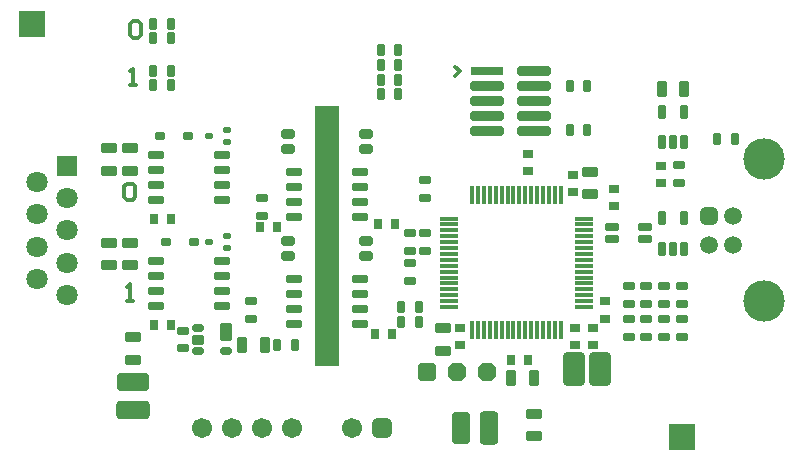
<source format=gts>
G04*
G04 #@! TF.GenerationSoftware,Altium Limited,Altium Designer,22.6.1 (34)*
G04*
G04 Layer_Color=8388736*
%FSLAX25Y25*%
%MOIN*%
G70*
G04*
G04 #@! TF.SameCoordinates,92C09A27-C496-4622-AF52-00FCEC43516E*
G04*
G04*
G04 #@! TF.FilePolarity,Negative*
G04*
G01*
G75*
%ADD34C,0.01181*%
%ADD35R,0.07874X0.86614*%
G04:AMPARAMS|DCode=36|XSize=37.47mil|YSize=27.62mil|CornerRadius=4.36mil|HoleSize=0mil|Usage=FLASHONLY|Rotation=180.000|XOffset=0mil|YOffset=0mil|HoleType=Round|Shape=RoundedRectangle|*
%AMROUNDEDRECTD36*
21,1,0.03747,0.01890,0,0,180.0*
21,1,0.02874,0.02762,0,0,180.0*
1,1,0.00872,-0.01437,0.00945*
1,1,0.00872,0.01437,0.00945*
1,1,0.00872,0.01437,-0.00945*
1,1,0.00872,-0.01437,-0.00945*
%
%ADD36ROUNDEDRECTD36*%
G04:AMPARAMS|DCode=37|XSize=47.31mil|YSize=27.62mil|CornerRadius=5.54mil|HoleSize=0mil|Usage=FLASHONLY|Rotation=180.000|XOffset=0mil|YOffset=0mil|HoleType=Round|Shape=RoundedRectangle|*
%AMROUNDEDRECTD37*
21,1,0.04731,0.01654,0,0,180.0*
21,1,0.03622,0.02762,0,0,180.0*
1,1,0.01109,-0.01811,0.00827*
1,1,0.01109,0.01811,0.00827*
1,1,0.01109,0.01811,-0.00827*
1,1,0.01109,-0.01811,-0.00827*
%
%ADD37ROUNDEDRECTD37*%
G04:AMPARAMS|DCode=38|XSize=35.5mil|YSize=29.59mil|CornerRadius=8.4mil|HoleSize=0mil|Usage=FLASHONLY|Rotation=90.000|XOffset=0mil|YOffset=0mil|HoleType=Round|Shape=RoundedRectangle|*
%AMROUNDEDRECTD38*
21,1,0.03550,0.01280,0,0,90.0*
21,1,0.01870,0.02959,0,0,90.0*
1,1,0.01680,0.00640,0.00935*
1,1,0.01680,0.00640,-0.00935*
1,1,0.01680,-0.00640,-0.00935*
1,1,0.01680,-0.00640,0.00935*
%
%ADD38ROUNDEDRECTD38*%
G04:AMPARAMS|DCode=39|XSize=110.3mil|YSize=70.93mil|CornerRadius=8.69mil|HoleSize=0mil|Usage=FLASHONLY|Rotation=270.000|XOffset=0mil|YOffset=0mil|HoleType=Round|Shape=RoundedRectangle|*
%AMROUNDEDRECTD39*
21,1,0.11030,0.05354,0,0,270.0*
21,1,0.09291,0.07093,0,0,270.0*
1,1,0.01739,-0.02677,-0.04646*
1,1,0.01739,-0.02677,0.04646*
1,1,0.01739,0.02677,0.04646*
1,1,0.01739,0.02677,-0.04646*
%
%ADD39ROUNDEDRECTD39*%
G04:AMPARAMS|DCode=40|XSize=35.5mil|YSize=29.59mil|CornerRadius=8.4mil|HoleSize=0mil|Usage=FLASHONLY|Rotation=180.000|XOffset=0mil|YOffset=0mil|HoleType=Round|Shape=RoundedRectangle|*
%AMROUNDEDRECTD40*
21,1,0.03550,0.01280,0,0,180.0*
21,1,0.01870,0.02959,0,0,180.0*
1,1,0.01680,-0.00935,0.00640*
1,1,0.01680,0.00935,0.00640*
1,1,0.01680,0.00935,-0.00640*
1,1,0.01680,-0.00935,-0.00640*
%
%ADD40ROUNDEDRECTD40*%
G04:AMPARAMS|DCode=41|XSize=27.62mil|YSize=51.24mil|CornerRadius=5.54mil|HoleSize=0mil|Usage=FLASHONLY|Rotation=270.000|XOffset=0mil|YOffset=0mil|HoleType=Round|Shape=RoundedRectangle|*
%AMROUNDEDRECTD41*
21,1,0.02762,0.04016,0,0,270.0*
21,1,0.01654,0.05124,0,0,270.0*
1,1,0.01109,-0.02008,-0.00827*
1,1,0.01109,-0.02008,0.00827*
1,1,0.01109,0.02008,0.00827*
1,1,0.01109,0.02008,-0.00827*
%
%ADD41ROUNDEDRECTD41*%
G04:AMPARAMS|DCode=42|XSize=15.81mil|YSize=63.06mil|CornerRadius=4.95mil|HoleSize=0mil|Usage=FLASHONLY|Rotation=90.000|XOffset=0mil|YOffset=0mil|HoleType=Round|Shape=RoundedRectangle|*
%AMROUNDEDRECTD42*
21,1,0.01581,0.05315,0,0,90.0*
21,1,0.00591,0.06306,0,0,90.0*
1,1,0.00991,0.02657,0.00295*
1,1,0.00991,0.02657,-0.00295*
1,1,0.00991,-0.02657,-0.00295*
1,1,0.00991,-0.02657,0.00295*
%
%ADD42ROUNDEDRECTD42*%
G04:AMPARAMS|DCode=43|XSize=53.21mil|YSize=31.56mil|CornerRadius=4.76mil|HoleSize=0mil|Usage=FLASHONLY|Rotation=180.000|XOffset=0mil|YOffset=0mil|HoleType=Round|Shape=RoundedRectangle|*
%AMROUNDEDRECTD43*
21,1,0.05321,0.02205,0,0,180.0*
21,1,0.04370,0.03156,0,0,180.0*
1,1,0.00951,-0.02185,0.01102*
1,1,0.00951,0.02185,0.01102*
1,1,0.00951,0.02185,-0.01102*
1,1,0.00951,-0.02185,-0.01102*
%
%ADD43ROUNDEDRECTD43*%
G04:AMPARAMS|DCode=44|XSize=15.81mil|YSize=63.06mil|CornerRadius=4.95mil|HoleSize=0mil|Usage=FLASHONLY|Rotation=0.000|XOffset=0mil|YOffset=0mil|HoleType=Round|Shape=RoundedRectangle|*
%AMROUNDEDRECTD44*
21,1,0.01581,0.05315,0,0,0.0*
21,1,0.00591,0.06306,0,0,0.0*
1,1,0.00991,0.00295,-0.02657*
1,1,0.00991,-0.00295,-0.02657*
1,1,0.00991,-0.00295,0.02657*
1,1,0.00991,0.00295,0.02657*
%
%ADD44ROUNDEDRECTD44*%
G04:AMPARAMS|DCode=45|XSize=31.56mil|YSize=110.3mil|CornerRadius=6.13mil|HoleSize=0mil|Usage=FLASHONLY|Rotation=270.000|XOffset=0mil|YOffset=0mil|HoleType=Round|Shape=RoundedRectangle|*
%AMROUNDEDRECTD45*
21,1,0.03156,0.09803,0,0,270.0*
21,1,0.01929,0.11030,0,0,270.0*
1,1,0.01227,-0.04902,-0.00965*
1,1,0.01227,-0.04902,0.00965*
1,1,0.01227,0.04902,0.00965*
1,1,0.01227,0.04902,-0.00965*
%
%ADD45ROUNDEDRECTD45*%
G04:AMPARAMS|DCode=46|XSize=27.62mil|YSize=35.5mil|CornerRadius=5.54mil|HoleSize=0mil|Usage=FLASHONLY|Rotation=90.000|XOffset=0mil|YOffset=0mil|HoleType=Round|Shape=RoundedRectangle|*
%AMROUNDEDRECTD46*
21,1,0.02762,0.02441,0,0,90.0*
21,1,0.01654,0.03550,0,0,90.0*
1,1,0.01109,0.01221,0.00827*
1,1,0.01109,0.01221,-0.00827*
1,1,0.01109,-0.01221,-0.00827*
1,1,0.01109,-0.01221,0.00827*
%
%ADD46ROUNDEDRECTD46*%
G04:AMPARAMS|DCode=47|XSize=37.47mil|YSize=27.62mil|CornerRadius=4.36mil|HoleSize=0mil|Usage=FLASHONLY|Rotation=90.000|XOffset=0mil|YOffset=0mil|HoleType=Round|Shape=RoundedRectangle|*
%AMROUNDEDRECTD47*
21,1,0.03747,0.01890,0,0,90.0*
21,1,0.02874,0.02762,0,0,90.0*
1,1,0.00872,0.00945,0.01437*
1,1,0.00872,0.00945,-0.01437*
1,1,0.00872,-0.00945,-0.01437*
1,1,0.00872,-0.00945,0.01437*
%
%ADD47ROUNDEDRECTD47*%
G04:AMPARAMS|DCode=48|XSize=31.56mil|YSize=47.31mil|CornerRadius=6.13mil|HoleSize=0mil|Usage=FLASHONLY|Rotation=270.000|XOffset=0mil|YOffset=0mil|HoleType=Round|Shape=RoundedRectangle|*
%AMROUNDEDRECTD48*
21,1,0.03156,0.03504,0,0,270.0*
21,1,0.01929,0.04731,0,0,270.0*
1,1,0.01227,-0.01752,-0.00965*
1,1,0.01227,-0.01752,0.00965*
1,1,0.01227,0.01752,0.00965*
1,1,0.01227,0.01752,-0.00965*
%
%ADD48ROUNDEDRECTD48*%
G04:AMPARAMS|DCode=49|XSize=59.12mil|YSize=39.43mil|CornerRadius=7.32mil|HoleSize=0mil|Usage=FLASHONLY|Rotation=90.000|XOffset=0mil|YOffset=0mil|HoleType=Round|Shape=RoundedRectangle|*
%AMROUNDEDRECTD49*
21,1,0.05912,0.02480,0,0,90.0*
21,1,0.04449,0.03943,0,0,90.0*
1,1,0.01463,0.01240,0.02224*
1,1,0.01463,0.01240,-0.02224*
1,1,0.01463,-0.01240,-0.02224*
1,1,0.01463,-0.01240,0.02224*
%
%ADD49ROUNDEDRECTD49*%
G04:AMPARAMS|DCode=50|XSize=23.68mil|YSize=39.43mil|CornerRadius=4.95mil|HoleSize=0mil|Usage=FLASHONLY|Rotation=90.000|XOffset=0mil|YOffset=0mil|HoleType=Round|Shape=RoundedRectangle|*
%AMROUNDEDRECTD50*
21,1,0.02368,0.02953,0,0,90.0*
21,1,0.01378,0.03943,0,0,90.0*
1,1,0.00991,0.01476,0.00689*
1,1,0.00991,0.01476,-0.00689*
1,1,0.00991,-0.01476,-0.00689*
1,1,0.00991,-0.01476,0.00689*
%
%ADD50ROUNDEDRECTD50*%
G04:AMPARAMS|DCode=51|XSize=35.5mil|YSize=39.43mil|CornerRadius=6.72mil|HoleSize=0mil|Usage=FLASHONLY|Rotation=90.000|XOffset=0mil|YOffset=0mil|HoleType=Round|Shape=RoundedRectangle|*
%AMROUNDEDRECTD51*
21,1,0.03550,0.02598,0,0,90.0*
21,1,0.02205,0.03943,0,0,90.0*
1,1,0.01345,0.01299,0.01102*
1,1,0.01345,0.01299,-0.01102*
1,1,0.01345,-0.01299,-0.01102*
1,1,0.01345,-0.01299,0.01102*
%
%ADD51ROUNDEDRECTD51*%
G04:AMPARAMS|DCode=52|XSize=53.21mil|YSize=31.56mil|CornerRadius=4.76mil|HoleSize=0mil|Usage=FLASHONLY|Rotation=270.000|XOffset=0mil|YOffset=0mil|HoleType=Round|Shape=RoundedRectangle|*
%AMROUNDEDRECTD52*
21,1,0.05321,0.02205,0,0,270.0*
21,1,0.04370,0.03156,0,0,270.0*
1,1,0.00951,-0.01102,-0.02185*
1,1,0.00951,-0.01102,0.02185*
1,1,0.00951,0.01102,0.02185*
1,1,0.00951,0.01102,-0.02185*
%
%ADD52ROUNDEDRECTD52*%
G04:AMPARAMS|DCode=53|XSize=17.78mil|YSize=27.62mil|CornerRadius=4.07mil|HoleSize=0mil|Usage=FLASHONLY|Rotation=270.000|XOffset=0mil|YOffset=0mil|HoleType=Round|Shape=RoundedRectangle|*
%AMROUNDEDRECTD53*
21,1,0.01778,0.01949,0,0,270.0*
21,1,0.00965,0.02762,0,0,270.0*
1,1,0.00813,-0.00974,-0.00482*
1,1,0.00813,-0.00974,0.00482*
1,1,0.00813,0.00974,0.00482*
1,1,0.00813,0.00974,-0.00482*
%
%ADD53ROUNDEDRECTD53*%
%ADD54R,0.08661X0.08661*%
%ADD55C,0.04337*%
G04:AMPARAMS|DCode=56|XSize=27.62mil|YSize=47.31mil|CornerRadius=4.36mil|HoleSize=0mil|Usage=FLASHONLY|Rotation=180.000|XOffset=0mil|YOffset=0mil|HoleType=Round|Shape=RoundedRectangle|*
%AMROUNDEDRECTD56*
21,1,0.02762,0.03858,0,0,180.0*
21,1,0.01890,0.04731,0,0,180.0*
1,1,0.00872,-0.00945,0.01929*
1,1,0.00872,0.00945,0.01929*
1,1,0.00872,0.00945,-0.01929*
1,1,0.00872,-0.00945,-0.01929*
%
%ADD56ROUNDEDRECTD56*%
G04:AMPARAMS|DCode=57|XSize=63.12mil|YSize=110.36mil|CornerRadius=12.27mil|HoleSize=0mil|Usage=FLASHONLY|Rotation=180.000|XOffset=0mil|YOffset=0mil|HoleType=Round|Shape=RoundedRectangle|*
%AMROUNDEDRECTD57*
21,1,0.06312,0.08583,0,0,180.0*
21,1,0.03858,0.11036,0,0,180.0*
1,1,0.02454,-0.01929,0.04291*
1,1,0.02454,0.01929,0.04291*
1,1,0.02454,0.01929,-0.04291*
1,1,0.02454,-0.01929,-0.04291*
%
%ADD57ROUNDEDRECTD57*%
G04:AMPARAMS|DCode=58|XSize=59.12mil|YSize=106.36mil|CornerRadius=10.27mil|HoleSize=0mil|Usage=FLASHONLY|Rotation=180.000|XOffset=0mil|YOffset=0mil|HoleType=Round|Shape=RoundedRectangle|*
%AMROUNDEDRECTD58*
21,1,0.05912,0.08583,0,0,180.0*
21,1,0.03858,0.10636,0,0,180.0*
1,1,0.02054,-0.01929,0.04291*
1,1,0.02054,0.01929,0.04291*
1,1,0.02054,0.01929,-0.04291*
1,1,0.02054,-0.01929,-0.04291*
%
%ADD58ROUNDEDRECTD58*%
G04:AMPARAMS|DCode=59|XSize=63.12mil|YSize=110.36mil|CornerRadius=12.27mil|HoleSize=0mil|Usage=FLASHONLY|Rotation=90.000|XOffset=0mil|YOffset=0mil|HoleType=Round|Shape=RoundedRectangle|*
%AMROUNDEDRECTD59*
21,1,0.06312,0.08583,0,0,90.0*
21,1,0.03858,0.11036,0,0,90.0*
1,1,0.02454,0.04291,0.01929*
1,1,0.02454,0.04291,-0.01929*
1,1,0.02454,-0.04291,-0.01929*
1,1,0.02454,-0.04291,0.01929*
%
%ADD59ROUNDEDRECTD59*%
G04:AMPARAMS|DCode=60|XSize=59.12mil|YSize=106.36mil|CornerRadius=10.27mil|HoleSize=0mil|Usage=FLASHONLY|Rotation=90.000|XOffset=0mil|YOffset=0mil|HoleType=Round|Shape=RoundedRectangle|*
%AMROUNDEDRECTD60*
21,1,0.05912,0.08583,0,0,90.0*
21,1,0.03858,0.10636,0,0,90.0*
1,1,0.02054,0.04291,0.01929*
1,1,0.02054,0.04291,-0.01929*
1,1,0.02054,-0.04291,-0.01929*
1,1,0.02054,-0.04291,0.01929*
%
%ADD60ROUNDEDRECTD60*%
%ADD61R,0.11030X0.03156*%
%ADD62R,0.07093X0.07093*%
%ADD63C,0.07093*%
%ADD64C,0.00400*%
%ADD65C,0.06699*%
G04:AMPARAMS|DCode=66|XSize=66.99mil|YSize=66.99mil|CornerRadius=17.75mil|HoleSize=0mil|Usage=FLASHONLY|Rotation=0.000|XOffset=0mil|YOffset=0mil|HoleType=Round|Shape=RoundedRectangle|*
%AMROUNDEDRECTD66*
21,1,0.06699,0.03150,0,0,0.0*
21,1,0.03150,0.06699,0,0,0.0*
1,1,0.03550,0.01575,-0.01575*
1,1,0.03550,-0.01575,-0.01575*
1,1,0.03550,-0.01575,0.01575*
1,1,0.03550,0.01575,0.01575*
%
%ADD66ROUNDEDRECTD66*%
G04:AMPARAMS|DCode=67|XSize=63.06mil|YSize=63.06mil|CornerRadius=16.76mil|HoleSize=0mil|Usage=FLASHONLY|Rotation=0.000|XOffset=0mil|YOffset=0mil|HoleType=Round|Shape=RoundedRectangle|*
%AMROUNDEDRECTD67*
21,1,0.06306,0.02953,0,0,0.0*
21,1,0.02953,0.06306,0,0,0.0*
1,1,0.03353,0.01476,-0.01476*
1,1,0.03353,-0.01476,-0.01476*
1,1,0.03353,-0.01476,0.01476*
1,1,0.03353,0.01476,0.01476*
%
%ADD67ROUNDEDRECTD67*%
%ADD68P,0.06825X8X22.5*%
%ADD69C,0.13786*%
%ADD70C,0.05912*%
G04:AMPARAMS|DCode=71|XSize=59.12mil|YSize=59.12mil|CornerRadius=15.78mil|HoleSize=0mil|Usage=FLASHONLY|Rotation=90.000|XOffset=0mil|YOffset=0mil|HoleType=Round|Shape=RoundedRectangle|*
%AMROUNDEDRECTD71*
21,1,0.05912,0.02756,0,0,90.0*
21,1,0.02756,0.05912,0,0,90.0*
1,1,0.03156,0.01378,0.01378*
1,1,0.03156,0.01378,-0.01378*
1,1,0.03156,-0.01378,-0.01378*
1,1,0.03156,-0.01378,0.01378*
%
%ADD71ROUNDEDRECTD71*%
D34*
X47441Y53347D02*
X49278D01*
X48359D01*
Y58856D01*
X47441Y57938D01*
X46457Y91403D02*
X47375Y92321D01*
X49212D01*
X50130Y91403D01*
Y87729D01*
X49212Y86811D01*
X47375D01*
X46457Y87729D01*
Y91403D01*
X156693Y128150D02*
X158267Y129724D01*
X156693Y131298D01*
X48425Y145537D02*
X49343Y146455D01*
X51180D01*
X52099Y145537D01*
Y141863D01*
X51180Y140945D01*
X49343D01*
X48425Y141863D01*
Y145537D01*
Y125197D02*
X50262D01*
X49343D01*
Y130707D01*
X48425Y129788D01*
D35*
X114173Y74803D02*
D03*
D36*
X146653Y69882D02*
D03*
Y75787D02*
D03*
Y87598D02*
D03*
X141732Y60039D02*
D03*
X65945Y43307D02*
D03*
Y37402D02*
D03*
X88583Y47244D02*
D03*
Y53150D02*
D03*
X92520Y81693D02*
D03*
Y87598D02*
D03*
X141732Y65945D02*
D03*
X146653Y93504D02*
D03*
X141732Y75787D02*
D03*
Y69882D02*
D03*
X214567Y47244D02*
D03*
Y41339D02*
D03*
X220472D02*
D03*
Y47244D02*
D03*
X226378D02*
D03*
Y41339D02*
D03*
X232283D02*
D03*
Y47244D02*
D03*
Y58071D02*
D03*
Y52165D02*
D03*
X226378Y58071D02*
D03*
Y52165D02*
D03*
X220472Y58071D02*
D03*
Y52165D02*
D03*
X214567Y58071D02*
D03*
Y52165D02*
D03*
X231299Y98425D02*
D03*
Y92520D02*
D03*
D37*
X209055Y73819D02*
D03*
X220079D02*
D03*
Y77756D02*
D03*
X209055D02*
D03*
D38*
X91634Y77756D02*
D03*
X97342D02*
D03*
X181004Y33465D02*
D03*
X175295D02*
D03*
X131004Y78740D02*
D03*
X136713D02*
D03*
X56201Y80709D02*
D03*
X61910D02*
D03*
X130020Y42323D02*
D03*
X135728D02*
D03*
X56201Y45276D02*
D03*
X61910D02*
D03*
D39*
X196457Y30512D02*
D03*
X205118D02*
D03*
D40*
X196850Y44193D02*
D03*
X202756Y38484D02*
D03*
X196850D02*
D03*
X181102Y96555D02*
D03*
Y102264D02*
D03*
X158465Y38484D02*
D03*
Y44193D02*
D03*
X195866Y95374D02*
D03*
Y89665D02*
D03*
X206693Y47343D02*
D03*
Y53051D02*
D03*
X209646Y84744D02*
D03*
Y90453D02*
D03*
X225394Y92618D02*
D03*
Y98327D02*
D03*
X202756Y44193D02*
D03*
D41*
X125197Y86083D02*
D03*
Y91083D02*
D03*
Y81083D02*
D03*
Y96083D02*
D03*
X103150D02*
D03*
Y81083D02*
D03*
X125197Y50650D02*
D03*
Y55650D02*
D03*
X56890Y96988D02*
D03*
Y61555D02*
D03*
X103150Y86083D02*
D03*
Y91083D02*
D03*
X78937Y86988D02*
D03*
Y91988D02*
D03*
Y96988D02*
D03*
Y101988D02*
D03*
X56890Y86988D02*
D03*
Y91988D02*
D03*
Y101988D02*
D03*
Y66555D02*
D03*
Y56555D02*
D03*
Y51555D02*
D03*
X78937Y66555D02*
D03*
Y61555D02*
D03*
Y56555D02*
D03*
Y51555D02*
D03*
X125197Y45650D02*
D03*
Y60650D02*
D03*
X103150Y45650D02*
D03*
Y50650D02*
D03*
Y55650D02*
D03*
Y60650D02*
D03*
D42*
X154724Y78740D02*
D03*
Y80709D02*
D03*
Y72835D02*
D03*
Y59055D02*
D03*
Y55118D02*
D03*
Y57087D02*
D03*
X199606Y70866D02*
D03*
Y72835D02*
D03*
Y74803D02*
D03*
Y76772D02*
D03*
X154724D02*
D03*
Y74803D02*
D03*
Y70866D02*
D03*
Y68898D02*
D03*
Y66929D02*
D03*
Y64961D02*
D03*
Y62992D02*
D03*
Y61024D02*
D03*
Y53150D02*
D03*
Y51181D02*
D03*
X199606D02*
D03*
Y53150D02*
D03*
Y55118D02*
D03*
Y57087D02*
D03*
Y59055D02*
D03*
Y61024D02*
D03*
Y62992D02*
D03*
Y64961D02*
D03*
Y66929D02*
D03*
Y68898D02*
D03*
Y78740D02*
D03*
Y80709D02*
D03*
D43*
X48228Y96653D02*
D03*
X41339D02*
D03*
X48228Y65158D02*
D03*
X41339D02*
D03*
X152559Y44094D02*
D03*
Y36614D02*
D03*
X201772Y88779D02*
D03*
Y96260D02*
D03*
X41339Y104134D02*
D03*
X49213Y33661D02*
D03*
Y41142D02*
D03*
X183071Y15551D02*
D03*
Y8071D02*
D03*
X41339Y72638D02*
D03*
X48228Y104134D02*
D03*
Y72638D02*
D03*
D44*
X191929Y43504D02*
D03*
X172244Y88386D02*
D03*
X189961Y43504D02*
D03*
X168307D02*
D03*
X162401D02*
D03*
X164370D02*
D03*
X166339D02*
D03*
X174213D02*
D03*
X170275D02*
D03*
X172244D02*
D03*
X176181D02*
D03*
X178149D02*
D03*
X180118D02*
D03*
X182087D02*
D03*
X184055D02*
D03*
X186024D02*
D03*
X187992D02*
D03*
X191929Y88386D02*
D03*
X189961D02*
D03*
X187992D02*
D03*
X186024D02*
D03*
X184055D02*
D03*
X182087D02*
D03*
X180118D02*
D03*
X178149D02*
D03*
X176181D02*
D03*
X174213D02*
D03*
X170275D02*
D03*
X168307D02*
D03*
X166339D02*
D03*
X164370D02*
D03*
X162401D02*
D03*
D45*
X183071Y120039D02*
D03*
Y130039D02*
D03*
X167323Y125039D02*
D03*
X183071D02*
D03*
X167323Y120039D02*
D03*
Y115039D02*
D03*
Y110039D02*
D03*
X183071Y115039D02*
D03*
Y110039D02*
D03*
D46*
X69685Y72835D02*
D03*
X60236D02*
D03*
X67716Y108268D02*
D03*
X58268D02*
D03*
D47*
X244094Y107283D02*
D03*
X250000D02*
D03*
X200787Y110236D02*
D03*
X194882D02*
D03*
X200787Y125000D02*
D03*
X194882D02*
D03*
X97441Y38386D02*
D03*
X103347D02*
D03*
X137795Y136811D02*
D03*
X131890D02*
D03*
Y131890D02*
D03*
X137795D02*
D03*
Y126969D02*
D03*
X131890D02*
D03*
Y122047D02*
D03*
X137795D02*
D03*
X138779Y46260D02*
D03*
X144685D02*
D03*
Y51181D02*
D03*
X138779D02*
D03*
X62008Y125197D02*
D03*
X56102D02*
D03*
X62008Y129921D02*
D03*
X56102D02*
D03*
X62008Y140945D02*
D03*
X56102D02*
D03*
X62008Y145669D02*
D03*
X56102D02*
D03*
D48*
X101181Y108799D02*
D03*
Y103799D02*
D03*
X127165Y108799D02*
D03*
Y103799D02*
D03*
Y68366D02*
D03*
Y73366D02*
D03*
X101181Y68366D02*
D03*
Y73366D02*
D03*
D49*
X80512Y42717D02*
D03*
D50*
Y36614D02*
D03*
X71063D02*
D03*
Y44094D02*
D03*
D51*
Y40354D02*
D03*
D52*
X85827Y38386D02*
D03*
X93307D02*
D03*
X175394Y27559D02*
D03*
X182874D02*
D03*
X233071Y124016D02*
D03*
X225590D02*
D03*
D53*
X74803Y108268D02*
D03*
X80709Y110236D02*
D03*
Y106299D02*
D03*
X74803Y72835D02*
D03*
X80709Y74803D02*
D03*
Y70866D02*
D03*
D54*
X15748Y145669D02*
D03*
X232283Y7874D02*
D03*
D55*
X15748Y145669D02*
D03*
X232283Y7874D02*
D03*
D56*
X225590Y80905D02*
D03*
X233071D02*
D03*
Y70669D02*
D03*
X229331D02*
D03*
X225590D02*
D03*
X225590Y106102D02*
D03*
X229331D02*
D03*
X233071D02*
D03*
Y116339D02*
D03*
X225590D02*
D03*
D57*
X168110Y10827D02*
D03*
D58*
X158661D02*
D03*
D59*
X49213Y16929D02*
D03*
D60*
Y26378D02*
D03*
D61*
X167323Y130039D02*
D03*
D62*
X27500Y98347D02*
D03*
D63*
Y87559D02*
D03*
Y76772D02*
D03*
Y65984D02*
D03*
Y55197D02*
D03*
X17500Y92953D02*
D03*
Y82165D02*
D03*
Y71378D02*
D03*
Y60590D02*
D03*
D64*
X22500Y125984D02*
D03*
Y27559D02*
D03*
X255906Y15748D02*
D03*
Y137795D02*
D03*
D65*
X122362Y10827D02*
D03*
X82362D02*
D03*
X102362D02*
D03*
X92362D02*
D03*
X72362D02*
D03*
D66*
X132362Y10827D02*
D03*
D67*
X147480Y29528D02*
D03*
D68*
X157480D02*
D03*
X167480D02*
D03*
D69*
X259842Y53150D02*
D03*
Y100394D02*
D03*
D70*
X249213Y71850D02*
D03*
Y81693D02*
D03*
X241339Y71850D02*
D03*
D71*
Y81693D02*
D03*
M02*

</source>
